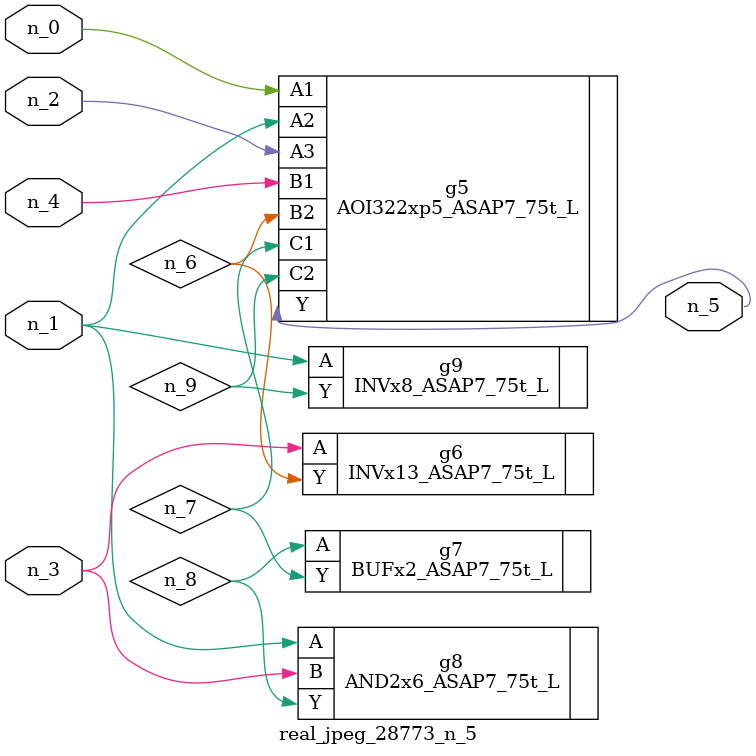
<source format=v>
module real_jpeg_28773_n_5 (n_4, n_0, n_1, n_2, n_3, n_5);

input n_4;
input n_0;
input n_1;
input n_2;
input n_3;

output n_5;

wire n_8;
wire n_6;
wire n_7;
wire n_9;

AOI322xp5_ASAP7_75t_L g5 ( 
.A1(n_0),
.A2(n_1),
.A3(n_2),
.B1(n_4),
.B2(n_6),
.C1(n_7),
.C2(n_9),
.Y(n_5)
);

AND2x6_ASAP7_75t_L g8 ( 
.A(n_1),
.B(n_3),
.Y(n_8)
);

INVx8_ASAP7_75t_L g9 ( 
.A(n_1),
.Y(n_9)
);

INVx13_ASAP7_75t_L g6 ( 
.A(n_3),
.Y(n_6)
);

BUFx2_ASAP7_75t_L g7 ( 
.A(n_8),
.Y(n_7)
);


endmodule
</source>
